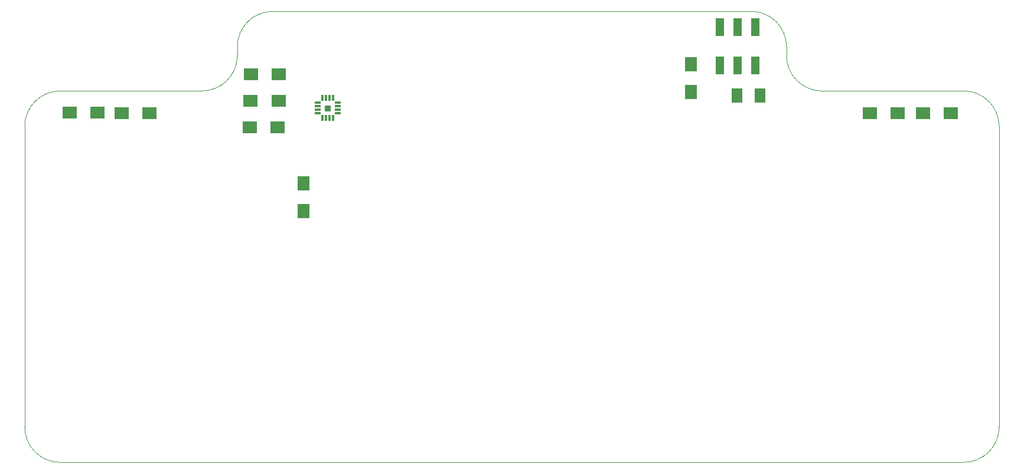
<source format=gbr>
%TF.GenerationSoftware,KiCad,Pcbnew,7.0.10-7.0.10~ubuntu22.04.1*%
%TF.CreationDate,2024-02-12T13:51:05-05:00*%
%TF.ProjectId,sprig_console,73707269-675f-4636-9f6e-736f6c652e6b,rev?*%
%TF.SameCoordinates,Original*%
%TF.FileFunction,Paste,Top*%
%TF.FilePolarity,Positive*%
%FSLAX46Y46*%
G04 Gerber Fmt 4.6, Leading zero omitted, Abs format (unit mm)*
G04 Created by KiCad (PCBNEW 7.0.10-7.0.10~ubuntu22.04.1) date 2024-02-12 13:51:05*
%MOMM*%
%LPD*%
G01*
G04 APERTURE LIST*
G04 Aperture macros list*
%AMRoundRect*
0 Rectangle with rounded corners*
0 $1 Rounding radius*
0 $2 $3 $4 $5 $6 $7 $8 $9 X,Y pos of 4 corners*
0 Add a 4 corners polygon primitive as box body*
4,1,4,$2,$3,$4,$5,$6,$7,$8,$9,$2,$3,0*
0 Add four circle primitives for the rounded corners*
1,1,$1+$1,$2,$3*
1,1,$1+$1,$4,$5*
1,1,$1+$1,$6,$7*
1,1,$1+$1,$8,$9*
0 Add four rect primitives between the rounded corners*
20,1,$1+$1,$2,$3,$4,$5,0*
20,1,$1+$1,$4,$5,$6,$7,0*
20,1,$1+$1,$6,$7,$8,$9,0*
20,1,$1+$1,$8,$9,$2,$3,0*%
G04 Aperture macros list end*
%ADD10C,0.010000*%
%ADD11R,1.500000X2.000000*%
%ADD12RoundRect,0.018900X0.411100X0.116100X-0.411100X0.116100X-0.411100X-0.116100X0.411100X-0.116100X0*%
%ADD13RoundRect,0.018900X-0.116100X0.411100X-0.116100X-0.411100X0.116100X-0.411100X0.116100X0.411100X0*%
%ADD14RoundRect,0.018900X-0.411100X-0.116100X0.411100X-0.116100X0.411100X0.116100X-0.411100X0.116100X0*%
%ADD15RoundRect,0.018900X0.116100X-0.411100X0.116100X0.411100X-0.116100X0.411100X-0.116100X-0.411100X0*%
%ADD16R,2.000000X1.700000*%
%ADD17R,1.700000X2.000000*%
%ADD18R,1.200000X2.500000*%
%TA.AperFunction,Profile*%
%ADD19C,0.100000*%
%TD*%
G04 APERTURE END LIST*
%TO.C,U2*%
D10*
X126373000Y-73960000D02*
X125595000Y-73960000D01*
X125595000Y-73182000D01*
X126373000Y-73182000D01*
X126373000Y-73960000D01*
G36*
X126373000Y-73960000D02*
G01*
X125595000Y-73960000D01*
X125595000Y-73182000D01*
X126373000Y-73182000D01*
X126373000Y-73960000D01*
G37*
%TD*%
D11*
%TO.C,D3*%
X184660000Y-71755000D03*
X187960000Y-71755000D03*
%TD*%
D12*
%TO.C,U2*%
X127419000Y-74321000D03*
X127419000Y-73821000D03*
X127419000Y-73321000D03*
X127419000Y-72821000D03*
D13*
X126734000Y-72136000D03*
X126234000Y-72136000D03*
X125734000Y-72136000D03*
X125234000Y-72136000D03*
D14*
X124549000Y-72821000D03*
X124549000Y-73321000D03*
X124549000Y-73821000D03*
X124549000Y-74321000D03*
D15*
X125234000Y-75006000D03*
X125734000Y-75006000D03*
X126234000Y-75006000D03*
X126734000Y-75006000D03*
%TD*%
D16*
%TO.C,C2*%
X114935000Y-72542400D03*
X118935000Y-72542400D03*
%TD*%
D17*
%TO.C,C1*%
X122555000Y-88360000D03*
X122555000Y-84360000D03*
%TD*%
D16*
%TO.C,R3*%
X203740000Y-74295000D03*
X207740000Y-74295000D03*
%TD*%
%TO.C,R1*%
X114967000Y-68707000D03*
X118967000Y-68707000D03*
%TD*%
%TO.C,D2*%
X89014800Y-74269600D03*
X93014800Y-74269600D03*
%TD*%
%TO.C,C3*%
X114840000Y-76327000D03*
X118840000Y-76327000D03*
%TD*%
D17*
%TO.C,C4*%
X178054000Y-67310000D03*
X178054000Y-71310000D03*
%TD*%
D18*
%TO.C,SW9*%
X187325000Y-67437000D03*
X187325000Y-61976000D03*
X184785000Y-67437000D03*
X184785000Y-61976000D03*
X182245000Y-67437000D03*
X182245000Y-61976000D03*
%TD*%
D16*
%TO.C,D1*%
X215360000Y-74295000D03*
X211360000Y-74295000D03*
%TD*%
%TO.C,R4*%
X100425000Y-74295000D03*
X96425000Y-74295000D03*
%TD*%
D19*
X196850002Y-71120002D02*
X217170000Y-71120000D01*
X118110000Y-59690000D02*
X152400000Y-59690000D01*
X186690000Y-59690000D02*
X152400000Y-59690000D01*
X82550000Y-119380000D02*
G75*
G03*
X87630000Y-124460000I5080000J0D01*
G01*
X87630000Y-71120000D02*
X107950002Y-71120002D01*
X152400000Y-124460000D02*
X217170000Y-124460000D01*
X222250000Y-119380000D02*
X222250000Y-76200000D01*
X191770000Y-64770000D02*
X191770002Y-66040002D01*
X217170000Y-124460000D02*
G75*
G03*
X222250000Y-119380000I0J5080000D01*
G01*
X113030000Y-64770000D02*
X113030002Y-66040002D01*
X107950002Y-71120002D02*
G75*
G03*
X113030002Y-66040002I-2J5080002D01*
G01*
X191770000Y-64770000D02*
G75*
G03*
X186690000Y-59690000I-5080000J0D01*
G01*
X191769998Y-66040002D02*
G75*
G03*
X196850002Y-71120002I5080002J2D01*
G01*
X222250000Y-76200000D02*
G75*
G03*
X217170000Y-71120000I-5080000J0D01*
G01*
X82550000Y-76200000D02*
X82550000Y-119380000D01*
X87630000Y-71120000D02*
G75*
G03*
X82550000Y-76200000I0J-5080000D01*
G01*
X118110000Y-59690000D02*
G75*
G03*
X113030000Y-64770000I0J-5080000D01*
G01*
X152400000Y-124460000D02*
X87630000Y-124460000D01*
M02*

</source>
